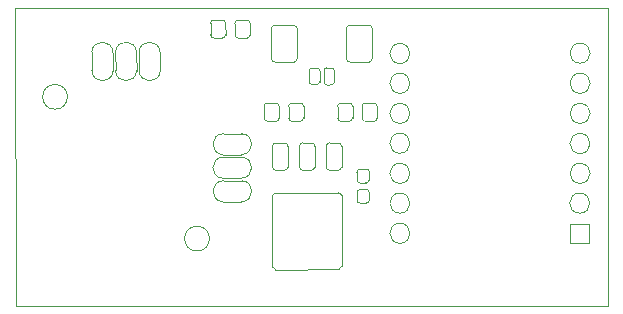
<source format=gbr>
%TF.GenerationSoftware,KiCad,Pcbnew,8.0.2-1*%
%TF.CreationDate,2024-05-22T23:24:36-04:00*%
%TF.ProjectId,humep1,68756d65-7031-42e6-9b69-6361645f7063,rev?*%
%TF.SameCoordinates,Original*%
%TF.FileFunction,Other,User*%
%FSLAX46Y46*%
G04 Gerber Fmt 4.6, Leading zero omitted, Abs format (unit mm)*
G04 Created by KiCad (PCBNEW 8.0.2-1) date 2024-05-22 23:24:36*
%MOMM*%
%LPD*%
G01*
G04 APERTURE LIST*
%ADD10C,0.100000*%
G04 APERTURE END LIST*
D10*
X37330000Y-77700000D02*
X87460000Y-77695000D01*
X87460000Y-52495000D02*
X37310000Y-52500000D01*
X87460000Y-77695000D02*
X87460000Y-52495000D01*
X37310000Y-52500000D02*
X37329792Y-77700000D01*
X45564446Y-57804602D02*
X45559723Y-56252301D01*
X43784723Y-57752301D02*
X43780000Y-56200000D01*
X45564446Y-57804602D02*
G75*
G02*
X43784723Y-57752301I-889093J52300D01*
G01*
X43780000Y-56200000D02*
G75*
G02*
X45559723Y-56252301I889093J-52301D01*
G01*
X47564446Y-57804602D02*
X47559723Y-56252301D01*
X45784723Y-57752301D02*
X45780000Y-56200000D01*
X47564446Y-57804602D02*
G75*
G02*
X45784723Y-57752301I-889093J52300D01*
G01*
X45780000Y-56200000D02*
G75*
G02*
X47559723Y-56252301I889093J-52301D01*
G01*
X49564446Y-57804602D02*
X49559723Y-56252301D01*
X47784723Y-57752301D02*
X47780000Y-56200000D01*
X49564446Y-57804602D02*
G75*
G02*
X47784723Y-57752301I-889093J52300D01*
G01*
X47780000Y-56200000D02*
G75*
G02*
X49559723Y-56252301I889093J-52301D01*
G01*
X54875398Y-64894446D02*
X56427699Y-64889723D01*
X54927699Y-63114723D02*
X56480000Y-63110000D01*
X54875398Y-64894446D02*
G75*
G02*
X54927699Y-63114723I52300J889093D01*
G01*
X56480000Y-63110000D02*
G75*
G02*
X56427699Y-64889723I-52301J-889093D01*
G01*
X54865398Y-66884446D02*
X56417699Y-66879723D01*
X54917699Y-65104723D02*
X56470000Y-65100000D01*
X54865398Y-66884446D02*
G75*
G02*
X54917699Y-65104723I52300J889093D01*
G01*
X56470000Y-65100000D02*
G75*
G02*
X56417699Y-66879723I-52301J-889093D01*
G01*
X56480000Y-67100000D02*
G75*
G02*
X56427699Y-68879723I-52301J-889093D01*
G01*
X54875398Y-68884446D02*
X56427699Y-68879723D01*
X54875398Y-68884446D02*
G75*
G02*
X54927699Y-67104721I52301J889094D01*
G01*
X54927699Y-67104723D02*
X56480000Y-67100000D01*
X52707547Y-70949047D02*
G75*
G02*
X52682548Y-70948749I-25022J-1050365D01*
G01*
X40687547Y-58949047D02*
G75*
G02*
X40662548Y-58948749I-25023J-1050365D01*
G01*
X65330000Y-54234903D02*
G75*
G02*
X65592790Y-53937220I300000J0D01*
G01*
X67529142Y-54207693D02*
X67530000Y-56744903D01*
X65592790Y-53937220D02*
X67231459Y-53944903D01*
X67267210Y-57042586D02*
X65620000Y-57044903D01*
X65620000Y-57044903D02*
G75*
G02*
X65322317Y-56782113I0J300000D01*
G01*
X65322317Y-56782113D02*
X65330000Y-54234903D01*
X67231459Y-53944903D02*
G75*
G02*
X67529142Y-54207693I0J-300000D01*
G01*
X67530000Y-56744903D02*
G75*
G02*
X67267210Y-57042586I-300000J0D01*
G01*
X59242790Y-53942317D02*
X60881459Y-53950000D01*
X58972317Y-56787210D02*
X58980000Y-54240000D01*
X60917210Y-57047683D02*
X59270000Y-57050000D01*
X61179142Y-54212790D02*
X61180000Y-56750000D01*
X61180000Y-56750000D02*
G75*
G02*
X60917210Y-57047683I-300000J0D01*
G01*
X59270000Y-57050000D02*
G75*
G02*
X58972317Y-56787210I0J300000D01*
G01*
X58980000Y-54240000D02*
G75*
G02*
X59242790Y-53942317I300000J0D01*
G01*
X60881459Y-53950000D02*
G75*
G02*
X61179142Y-54212790I0J-300000D01*
G01*
X63666342Y-58952798D02*
G75*
G02*
X63427106Y-58731937I2J240002D01*
G01*
X64316342Y-58712798D02*
G75*
G02*
X64095481Y-58952034I-240002J2D01*
G01*
X64083544Y-57552798D02*
G75*
G02*
X64322778Y-57773659I-4J-240002D01*
G01*
X63647203Y-57553562D02*
X64083544Y-57552798D01*
X64322780Y-57773659D02*
X64316342Y-58712798D01*
X63427106Y-58731937D02*
X63426342Y-57792798D01*
X63426342Y-57792798D02*
G75*
G02*
X63647203Y-57553562I240002J-2D01*
G01*
X64095481Y-58952034D02*
X63666342Y-58952798D01*
X62400861Y-57550764D02*
X62837202Y-57550000D01*
X62180764Y-58729139D02*
X62180000Y-57790000D01*
X62849139Y-58949236D02*
X62420000Y-58950000D01*
X63076438Y-57770861D02*
X63070000Y-58710000D01*
X63070000Y-58710000D02*
G75*
G02*
X62849139Y-58949236I-240002J2D01*
G01*
X62420000Y-58950000D02*
G75*
G02*
X62180764Y-58729139I2J240002D01*
G01*
X62180000Y-57790000D02*
G75*
G02*
X62400861Y-57550764I240002J-2D01*
G01*
X62837202Y-57550000D02*
G75*
G02*
X63076438Y-57770861I0J-240000D01*
G01*
X60370000Y-64187527D02*
X60368514Y-65958813D01*
X60368514Y-65958813D02*
G75*
G02*
X60090000Y-66210000I-278514J28813D01*
G01*
X60118812Y-63909013D02*
G75*
G02*
X60369999Y-64187527I-28813J-278514D01*
G01*
X59069999Y-65930000D02*
X59069013Y-64159115D01*
X59321187Y-66208514D02*
G75*
G02*
X59070000Y-65930000I28813J278514D01*
G01*
X60090000Y-66210001D02*
X59321187Y-66208514D01*
X59347527Y-63907927D02*
X60118812Y-63909013D01*
X59069013Y-64159115D02*
G75*
G02*
X59347527Y-63907928I278514J-28813D01*
G01*
X62650000Y-64177527D02*
X62648514Y-65948813D01*
X62648514Y-65948813D02*
G75*
G02*
X62370000Y-66200000I-278514J28813D01*
G01*
X62398812Y-63899013D02*
G75*
G02*
X62649999Y-64177527I-28813J-278514D01*
G01*
X61349999Y-65920000D02*
X61349013Y-64149115D01*
X61601187Y-66198514D02*
G75*
G02*
X61350000Y-65920000I28813J278514D01*
G01*
X62370000Y-66200001D02*
X61601187Y-66198514D01*
X61627527Y-63897927D02*
X62398812Y-63899013D01*
X61349013Y-64149115D02*
G75*
G02*
X61627527Y-63897928I278514J-28813D01*
G01*
X63907527Y-63897927D02*
X64678812Y-63899013D01*
X63629999Y-65920000D02*
X63629013Y-64149115D01*
X64650000Y-66200001D02*
X63881187Y-66198514D01*
X64930000Y-64177527D02*
X64928514Y-65948813D01*
X64928514Y-65948813D02*
G75*
G02*
X64650000Y-66200000I-278514J28813D01*
G01*
X63881187Y-66198514D02*
G75*
G02*
X63630000Y-65920000I28813J278514D01*
G01*
X63629013Y-64149115D02*
G75*
G02*
X63907527Y-63897928I278514J-28813D01*
G01*
X64678812Y-63899013D02*
G75*
G02*
X64930000Y-64177527I-28812J-278514D01*
G01*
X54126394Y-55024599D02*
G75*
G02*
X53825716Y-54745364I-20684J279229D01*
G01*
X54126394Y-55024599D02*
X54820000Y-55020000D01*
X53825938Y-53781221D02*
X53825710Y-54745364D01*
X53825938Y-53781221D02*
G75*
G02*
X54105173Y-53480537I279234J20685D01*
G01*
X54793952Y-53476475D02*
G75*
G02*
X55094640Y-53755710I20688J-279235D01*
G01*
X54793952Y-53476475D02*
X54105173Y-53480537D01*
X55099235Y-54719316D02*
G75*
G02*
X54820000Y-55020000I-279235J-20684D01*
G01*
X55094636Y-53755710D02*
X55099235Y-54719316D01*
X56196394Y-55034599D02*
G75*
G02*
X55895716Y-54755364I-20684J279229D01*
G01*
X56196394Y-55034599D02*
X56890000Y-55030000D01*
X55895938Y-53791221D02*
X55895710Y-54755364D01*
X55895938Y-53791221D02*
G75*
G02*
X56175173Y-53490537I279234J20685D01*
G01*
X56863952Y-53486475D02*
G75*
G02*
X57164640Y-53765710I20688J-279235D01*
G01*
X56863952Y-53486475D02*
X56175173Y-53490537D01*
X57169235Y-54729316D02*
G75*
G02*
X56890000Y-55030000I-279235J-20684D01*
G01*
X57164636Y-53765710D02*
X57169235Y-54729316D01*
X58666394Y-62074599D02*
G75*
G02*
X58365716Y-61795364I-20684J279229D01*
G01*
X58666394Y-62074599D02*
X59360000Y-62070000D01*
X58365938Y-60831221D02*
X58365710Y-61795364D01*
X58365938Y-60831221D02*
G75*
G02*
X58645173Y-60530537I279234J20685D01*
G01*
X59333952Y-60526475D02*
G75*
G02*
X59634640Y-60805710I20688J-279235D01*
G01*
X59333952Y-60526475D02*
X58645173Y-60530537D01*
X59639235Y-61769316D02*
G75*
G02*
X59360000Y-62070000I-279235J-20684D01*
G01*
X59634636Y-60805710D02*
X59639235Y-61769316D01*
X60736394Y-62064599D02*
G75*
G02*
X60435716Y-61785364I-20684J279229D01*
G01*
X60736394Y-62064599D02*
X61430000Y-62060000D01*
X60435938Y-60821221D02*
X60435710Y-61785364D01*
X60435938Y-60821221D02*
G75*
G02*
X60715173Y-60520537I279234J20685D01*
G01*
X61403952Y-60516475D02*
G75*
G02*
X61704640Y-60795710I20688J-279235D01*
G01*
X61403952Y-60516475D02*
X60715173Y-60520537D01*
X61709235Y-61759316D02*
G75*
G02*
X61430000Y-62060000I-279235J-20684D01*
G01*
X61704636Y-60795710D02*
X61709235Y-61759316D01*
X66956394Y-62074599D02*
G75*
G02*
X66655716Y-61795364I-20684J279229D01*
G01*
X66956394Y-62074599D02*
X67650000Y-62070000D01*
X66655938Y-60831221D02*
X66655710Y-61795364D01*
X66655938Y-60831221D02*
G75*
G02*
X66935173Y-60530537I279234J20685D01*
G01*
X67623952Y-60526475D02*
G75*
G02*
X67924640Y-60805710I20688J-279235D01*
G01*
X67623952Y-60526475D02*
X66935173Y-60530537D01*
X67929235Y-61769316D02*
G75*
G02*
X67650000Y-62070000I-279235J-20684D01*
G01*
X67924636Y-60805710D02*
X67929235Y-61769316D01*
X64881221Y-62074062D02*
X65574827Y-62069463D01*
X64580765Y-60830684D02*
X64580537Y-61794827D01*
X65548779Y-60525938D02*
X64860000Y-60530000D01*
X65849463Y-60805173D02*
X65854062Y-61768779D01*
X65548779Y-60525938D02*
G75*
G02*
X65849463Y-60805173I20685J-279234D01*
G01*
X65854062Y-61768779D02*
G75*
G02*
X65574827Y-62069463I-279234J-20685D01*
G01*
X64881221Y-62074062D02*
G75*
G02*
X64580537Y-61794827I-20685J279234D01*
G01*
X64580765Y-60830684D02*
G75*
G02*
X64860000Y-60530000I279235J20684D01*
G01*
X67000000Y-67825000D02*
G75*
G02*
X67275000Y-68100000I-1J-275001D01*
G01*
X66226715Y-68124806D02*
G75*
G02*
X66494454Y-67825000I267740J30351D01*
G01*
X67274999Y-68725000D02*
G75*
G02*
X66951133Y-68994506I-269455J-5544D01*
G01*
X66494454Y-67825000D02*
X67000000Y-67825000D01*
X66951133Y-68994506D02*
X66494454Y-69001725D01*
X66225001Y-68700000D02*
X66226715Y-68124806D01*
X67275000Y-68100000D02*
X67274999Y-68725000D01*
X66494454Y-69001725D02*
G75*
G02*
X66225001Y-68700000I0J271179D01*
G01*
X66494454Y-66100000D02*
X67000000Y-66100000D01*
X66225001Y-66975000D02*
X66226715Y-66399806D01*
X66951133Y-67269506D02*
X66494454Y-67276725D01*
X67275000Y-66375000D02*
X67274999Y-67000000D01*
X67274999Y-67000000D02*
G75*
G02*
X66951133Y-67269506I-269454J-5545D01*
G01*
X66494454Y-67276725D02*
G75*
G02*
X66225001Y-66975000I1J271180D01*
G01*
X66226715Y-66399806D02*
G75*
G02*
X66494454Y-66100000I267740J30351D01*
G01*
X67000000Y-66100000D02*
G75*
G02*
X67275000Y-66375000I0J-275000D01*
G01*
X59291461Y-68101587D02*
X64701586Y-68097866D01*
X59050000Y-74375000D02*
X59050000Y-68350000D01*
X64700000Y-74575000D02*
X59298413Y-74616461D01*
X64949999Y-68339327D02*
X64941461Y-74326587D01*
X64941461Y-74326587D02*
G75*
G02*
X64700000Y-74575000I-275864J26586D01*
G01*
X59298413Y-74616461D02*
G75*
G02*
X59050000Y-74375000I26586J275864D01*
G01*
X59050000Y-68350000D02*
G75*
G02*
X59291461Y-68101587I275864J-26586D01*
G01*
X64701586Y-68097866D02*
G75*
G02*
X64949999Y-68339327I-26586J-275865D01*
G01*
X69887531Y-70699726D02*
G75*
G02*
X69862531Y-70699358I-25015J-849999D01*
G01*
X69887531Y-68149726D02*
G75*
G02*
X69862531Y-68149358I-25015J-849999D01*
G01*
X69887531Y-65624726D02*
G75*
G02*
X69862531Y-65624358I-25015J-849999D01*
G01*
X69887531Y-63074726D02*
G75*
G02*
X69862531Y-63074358I-25015J-849999D01*
G01*
X69887531Y-60549726D02*
G75*
G02*
X69862531Y-60549358I-25015J-849999D01*
G01*
X69887531Y-57999726D02*
G75*
G02*
X69862531Y-57999358I-25015J-849999D01*
G01*
X69887531Y-55474726D02*
G75*
G02*
X69862531Y-55474358I-25015J-849999D01*
G01*
X85137531Y-55449726D02*
G75*
G02*
X85112531Y-55449358I-25015J-849999D01*
G01*
X85137531Y-57999726D02*
G75*
G02*
X85112531Y-57999358I-25015J-849999D01*
G01*
X85137531Y-60549726D02*
G75*
G02*
X85112531Y-60549358I-25015J-849999D01*
G01*
X85137531Y-63099726D02*
G75*
G02*
X85112531Y-63099358I-25015J-849999D01*
G01*
X85137531Y-65624726D02*
G75*
G02*
X85112531Y-65624358I-25015J-849999D01*
G01*
X85112531Y-68149726D02*
G75*
G02*
X85087531Y-68149358I-25015J-849999D01*
G01*
X84262500Y-72375000D02*
X84262500Y-70725000D01*
X85887500Y-70725000D02*
X85912500Y-72375000D01*
X85912500Y-72375000D02*
X84262500Y-72375000D01*
X84262500Y-70725000D02*
X85887500Y-70725000D01*
M02*

</source>
